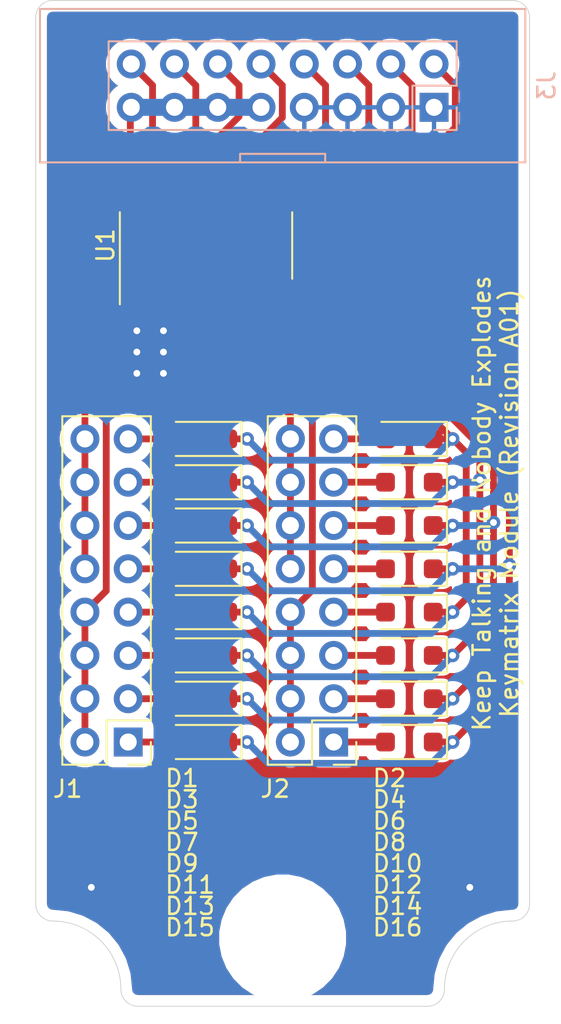
<source format=kicad_pcb>
(kicad_pcb (version 20221018) (generator pcbnew)
  (layers (0 "F.Cu" signal) (31 "B.Cu" signal) (34 "B.Paste" user) (35 "F.Paste" user) (36 "B.SilkS" user "B.Silkscreen") (37 "F.SilkS" user "F.Silkscreen") (38 "B.Mask" user) (39 "F.Mask" user) (44 "Edge.Cuts" user))
  (net 0 "")
  (net 1 "+5V")
  (net 2 "GND")
  (net 3 "COL0")
  (net 4 "COL1")
  (net 5 "COL2")
  (net 6 "COL3")
  (net 7 "Net-(D1-Pad2)")
  (net 8 "Net-(D2-Pad2)")
  (net 9 "Net-(D3-Pad2)")
  (net 10 "Net-(D4-Pad2)")
  (net 11 "Net-(D5-Pad2)")
  (net 12 "Net-(D6-Pad2)")
  (net 13 "Net-(D7-Pad2)")
  (net 14 "Net-(D8-Pad2)")
  (net 15 "Net-(D9-Pad2)")
  (net 16 "Net-(D10-Pad2)")
  (net 17 "Net-(D11-Pad2)")
  (net 18 "Net-(D12-Pad2)")
  (net 19 "Net-(D13-Pad2)")
  (net 20 "Net-(D14-Pad2)")
  (net 21 "Net-(D15-Pad2)")
  (net 22 "Net-(D16-Pad2)")
  (net 23 "ROW0")
  (net 24 "ROW1")
  (net 25 "ROW2")
  (net 26 "ROW3")
  (footprint "MountingHole:MountingHole_3.2mm_M3" (layer "F.Cu") (at 34.5 75)
    (fp_text reference "REF**" hide)
    (fp_text value "MountingHole_3.2mm_M3")
    (pad "" np_thru_hole circle locked (at 0 0) (size 3.2 3.2) (drill 3.2) (layers "*.Cu" "*.Mask"))
  )
  (footprint "Connector_PinHeader_2.54mm:PinHeader_2x08_P2.54mm_Vertical" (layer "F.Cu") (at 25.43 63.5 180)
    (fp_text reference "J1" (at 3.555 -2.75) (layer "F.SilkS"))
    (fp_text value "Matrix1")
    (fp_line (start -1.33 -1.33) (end 0 -1.33) (stroke (width 0.12)) (layer "F.SilkS"))
    (fp_line (start -1.33 0) (end -1.33 -1.33) (stroke (width 0.12)) (layer "F.SilkS"))
    (fp_line (start -1.33 1.27) (end -1.33 19.11) (stroke (width 0.12)) (layer "F.SilkS"))
    (fp_line (start -1.33 1.27) (end 1.27 1.27) (stroke (width 0.12)) (layer "F.SilkS"))
    (fp_line (start -1.33 19.11) (end 3.87 19.11) (stroke (width 0.12)) (layer "F.SilkS"))
    (fp_line (start 1.27 -1.33) (end 3.87 -1.33) (stroke (width 0.12)) (layer "F.SilkS"))
    (fp_line (start 1.27 1.27) (end 1.27 -1.33) (stroke (width 0.12)) (layer "F.SilkS"))
    (fp_line (start 3.87 -1.33) (end 3.87 19.11) (stroke (width 0.12)) (layer "F.SilkS"))
    (pad "1" thru_hole rect (at 0 0 180) (size 1.7 1.7) (drill 1) (layers "*.Cu" "*.Mask") (net 21 "Net-(D15-Pad2)"))
    (pad "2" thru_hole oval (at 2.54 0 180) (size 1.7 1.7) (drill 1) (layers "*.Cu" "*.Mask") (net 4 "COL1"))
    (pad "3" thru_hole oval (at 0 2.54 180) (size 1.7 1.7) (drill 1) (layers "*.Cu" "*.Mask") (net 19 "Net-(D13-Pad2)"))
    (pad "4" thru_hole oval (at 2.54 2.54 180) (size 1.7 1.7) (drill 1) (layers "*.Cu" "*.Mask") (net 4 "COL1"))
    (pad "5" thru_hole oval (at 0 5.08 180) (size 1.7 1.7) (drill 1) (layers "*.Cu" "*.Mask") (net 17 "Net-(D11-Pad2)"))
    (pad "6" thru_hole oval (at 2.54 5.08 180) (size 1.7 1.7) (drill 1) (layers "*.Cu" "*.Mask") (net 4 "COL1"))
    (pad "7" thru_hole oval (at 0 7.62 180) (size 1.7 1.7) (drill 1) (layers "*.Cu" "*.Mask") (net 15 "Net-(D9-Pad2)"))
    (pad "8" thru_hole oval (at 2.54 7.62 180) (size 1.7 1.7) (drill 1) (layers "*.Cu" "*.Mask") (net 4 "COL1"))
    (pad "9" thru_hole oval (at 0 10.16 180) (size 1.7 1.7) (drill 1) (layers "*.Cu" "*.Mask") (net 13 "Net-(D7-Pad2)"))
    (pad "10" thru_hole oval (at 2.54 10.16 180) (size 1.7 1.7) (drill 1) (layers "*.Cu" "*.Mask") (net 3 "COL0"))
    (pad "11" thru_hole oval (at 0 12.7 180) (size 1.7 1.7) (drill 1) (layers "*.Cu" "*.Mask") (net 11 "Net-(D5-Pad2)"))
    (pad "12" thru_hole oval (at 2.54 12.7 180) (size 1.7 1.7) (drill 1) (layers "*.Cu" "*.Mask") (net 3 "COL0"))
    (pad "13" thru_hole oval (at 0 15.24 180) (size 1.7 1.7) (drill 1) (layers "*.Cu" "*.Mask") (net 9 "Net-(D3-Pad2)"))
    (pad "14" thru_hole oval (at 2.54 15.24 180) (size 1.7 1.7) (drill 1) (layers "*.Cu" "*.Mask") (net 3 "COL0"))
    (pad "15" thru_hole oval (at 0 17.78 180) (size 1.7 1.7) (drill 1) (layers "*.Cu" "*.Mask") (net 7 "Net-(D1-Pad2)"))
    (pad "16" thru_hole oval (at 2.54 17.78 180) (size 1.7 1.7) (drill 1) (layers "*.Cu" "*.Mask") (net 3 "COL0"))
  )
  (footprint "Package_SO:SOIC-16_3.9x9.9mm_P1.27mm" (layer "F.Cu") (at 30 34.375 90)
    (fp_text reference "U1" (at 0 -5.9 270) (layer "F.SilkS"))
    (fp_text value "SP720ABTG")
    (fp_line (start 0 -5.06) (end -3.45 -5.06) (stroke (width 0.12)) (layer "F.SilkS"))
    (fp_line (start 0 -5.06) (end 1.95 -5.06) (stroke (width 0.12)) (layer "F.SilkS"))
    (fp_line (start 0 5.06) (end -1.95 5.06) (stroke (width 0.12)) (layer "F.SilkS"))
    (fp_line (start 0 5.06) (end 1.95 5.06) (stroke (width 0.12)) (layer "F.SilkS"))
    (pad "1" smd roundrect (at -2.475 -4.445 90) (size 1.95 0.6) (layers "F.Cu" "F.Paste" "F.Mask") (net 2 "GND"))
    (pad "2" smd roundrect (at -2.475 -3.175 90) (size 1.95 0.6) (layers "F.Cu" "F.Paste" "F.Mask") (net 2 "GND"))
    (pad "3" smd roundrect (at -2.475 -1.905 90) (size 1.95 0.6) (layers "F.Cu" "F.Paste" "F.Mask") (net 2 "GND"))
    (pad "4" smd roundrect (at -2.475 -0.635 90) (size 1.95 0.6) (layers "F.Cu" "F.Paste" "F.Mask") (net 23 "ROW0"))
    (pad "5" smd roundrect (at -2.475 0.635 90) (size 1.95 0.6) (layers "F.Cu" "F.Paste" "F.Mask") (net 24 "ROW1"))
    (pad "6" smd roundrect (at -2.475 1.905 90) (size 1.95 0.6) (layers "F.Cu" "F.Paste" "F.Mask") (net 25 "ROW2"))
    (pad "7" smd roundrect (at -2.475 3.175 90) (size 1.95 0.6) (layers "F.Cu" "F.Paste" "F.Mask") (net 26 "ROW3"))
    (pad "8" smd roundrect (at -2.475 4.445 90) (size 1.95 0.6) (layers "F.Cu" "F.Paste" "F.Mask") (net 2 "GND"))
    (pad "9" smd roundrect (at 2.475 4.445 90) (size 1.95 0.6) (layers "F.Cu" "F.Paste" "F.Mask") (net 2 "GND"))
    (pad "10" smd roundrect (at 2.475 3.175 90) (size 1.95 0.6) (layers "F.Cu" "F.Paste" "F.Mask") (net 2 "GND"))
    (pad "11" smd roundrect (at 2.475 1.905 90) (size 1.95 0.6) (layers "F.Cu" "F.Paste" "F.Mask") (net 2 "GND"))
    (pad "12" smd roundrect (at 2.475 0.635 90) (size 1.95 0.6) (layers "F.Cu" "F.Paste" "F.Mask") (net 6 "COL3"))
    (pad "13" smd roundrect (at 2.475 -0.635 90) (size 1.95 0.6) (layers "F.Cu" "F.Paste" "F.Mask") (net 5 "COL2"))
    (pad "14" smd roundrect (at 2.475 -1.905 90) (size 1.95 0.6) (layers "F.Cu" "F.Paste" "F.Mask") (net 4 "COL1"))
    (pad "15" smd roundrect (at 2.475 -3.175 90) (size 1.95 0.6) (layers "F.Cu" "F.Paste" "F.Mask") (net 3 "COL0"))
    (pad "16" smd roundrect (at 2.475 -4.445 90) (size 1.95 0.6) (layers "F.Cu" "F.Paste" "F.Mask") (net 1 "+5V"))
  )
  (footprint "Diode_SMD:D_SOD-123F" (layer "F.Cu") (at 41.94 45.72 180)
    (fp_text reference "D2" (at 1.166191 -19.905) (layer "F.SilkS"))
    (fp_text value "1N4148")
    (fp_line (start -2.21 -1) (end -2.21 1) (stroke (width 0.12)) (layer "F.SilkS"))
    (fp_line (start -2.21 -1) (end 1.65 -1) (stroke (width 0.12)) (layer "F.SilkS"))
    (fp_line (start -2.21 1) (end 1.65 1) (stroke (width 0.12)) (layer "F.SilkS"))
    (pad "1" smd roundrect (at -1.4 0 180) (size 1.1 1.1) (layers "F.Cu" "F.Paste" "F.Mask") (roundrect_rratio 0.2272727273) (net 23 "ROW0"))
    (pad "2" smd roundrect (at 1.4 0 180) (size 1.1 1.1) (layers "F.Cu" "F.Paste" "F.Mask") (roundrect_rratio 0.2272727273) (net 8 "Net-(D2-Pad2)"))
  )
  (footprint "Diode_SMD:D_SOD-123F" (layer "F.Cu") (at 29.875 48.26 180)
    (fp_text reference "D3" (at 1.288691 -18.615) (layer "F.SilkS"))
    (fp_text value "1N4148")
    (fp_line (start -2.21 -1) (end -2.21 1) (stroke (width 0.12)) (layer "F.SilkS"))
    (fp_line (start -2.21 -1) (end 1.65 -1) (stroke (width 0.12)) (layer "F.SilkS"))
    (fp_line (start -2.21 1) (end 1.65 1) (stroke (width 0.12)) (layer "F.SilkS"))
    (pad "1" smd roundrect (at -1.4 0 180) (size 1.1 1.1) (layers "F.Cu" "F.Paste" "F.Mask") (roundrect_rratio 0.2272727273) (net 24 "ROW1"))
    (pad "2" smd roundrect (at 1.4 0 180) (size 1.1 1.1) (layers "F.Cu" "F.Paste" "F.Mask") (roundrect_rratio 0.2272727273) (net 9 "Net-(D3-Pad2)"))
  )
  (footprint "Diode_SMD:D_SOD-123F" (layer "F.Cu") (at 41.94 48.26 180)
    (fp_text reference "D4" (at 1.166191 -18.615) (layer "F.SilkS"))
    (fp_text value "1N4148")
    (fp_line (start -2.21 -1) (end -2.21 1) (stroke (width 0.12)) (layer "F.SilkS"))
    (fp_line (start -2.21 -1) (end 1.65 -1) (stroke (width 0.12)) (layer "F.SilkS"))
    (fp_line (start -2.21 1) (end 1.65 1) (stroke (width 0.12)) (layer "F.SilkS"))
    (pad "1" smd roundrect (at -1.4 0 180) (size 1.1 1.1) (layers "F.Cu" "F.Paste" "F.Mask") (roundrect_rratio 0.2272727273) (net 24 "ROW1"))
    (pad "2" smd roundrect (at 1.4 0 180) (size 1.1 1.1) (layers "F.Cu" "F.Paste" "F.Mask") (roundrect_rratio 0.2272727273) (net 10 "Net-(D4-Pad2)"))
  )
  (footprint "Diode_SMD:D_SOD-123F" (layer "F.Cu") (at 29.875 50.8 180)
    (fp_text reference "D5" (at 1.288691 -17.325) (layer "F.SilkS"))
    (fp_text value "1N4148")
    (fp_line (start -2.21 -1) (end -2.21 1) (stroke (width 0.12)) (layer "F.SilkS"))
    (fp_line (start -2.21 -1) (end 1.65 -1) (stroke (width 0.12)) (layer "F.SilkS"))
    (fp_line (start -2.21 1) (end 1.65 1) (stroke (width 0.12)) (layer "F.SilkS"))
    (pad "1" smd roundrect (at -1.4 0 180) (size 1.1 1.1) (layers "F.Cu" "F.Paste" "F.Mask") (roundrect_rratio 0.2272727273) (net 25 "ROW2"))
    (pad "2" smd roundrect (at 1.4 0 180) (size 1.1 1.1) (layers "F.Cu" "F.Paste" "F.Mask") (roundrect_rratio 0.2272727273) (net 11 "Net-(D5-Pad2)"))
  )
  (footprint "Diode_SMD:D_SOD-123F" (layer "F.Cu") (at 41.94 50.8 180)
    (fp_text reference "D6" (at 1.166191 -17.325) (layer "F.SilkS"))
    (fp_text value "1N4148")
    (fp_line (start -2.21 -1) (end -2.21 1) (stroke (width 0.12)) (layer "F.SilkS"))
    (fp_line (start -2.21 -1) (end 1.65 -1) (stroke (width 0.12)) (layer "F.SilkS"))
    (fp_line (start -2.21 1) (end 1.65 1) (stroke (width 0.12)) (layer "F.SilkS"))
    (pad "1" smd roundrect (at -1.4 0 180) (size 1.1 1.1) (layers "F.Cu" "F.Paste" "F.Mask") (roundrect_rratio 0.2272727273) (net 25 "ROW2"))
    (pad "2" smd roundrect (at 1.4 0 180) (size 1.1 1.1) (layers "F.Cu" "F.Paste" "F.Mask") (roundrect_rratio 0.2272727273) (net 12 "Net-(D6-Pad2)"))
  )
  (footprint "Diode_SMD:D_SOD-123F" (layer "F.Cu") (at 29.875 53.34 180)
    (fp_text reference "D7" (at 1.288691 -16.035) (layer "F.SilkS"))
    (fp_text value "1N4148")
    (fp_line (start -2.21 -1) (end -2.21 1) (stroke (width 0.12)) (layer "F.SilkS"))
    (fp_line (start -2.21 -1) (end 1.65 -1) (stroke (width 0.12)) (layer "F.SilkS"))
    (fp_line (start -2.21 1) (end 1.65 1) (stroke (width 0.12)) (layer "F.SilkS"))
    (pad "1" smd roundrect (at -1.4 0 180) (size 1.1 1.1) (layers "F.Cu" "F.Paste" "F.Mask") (roundrect_rratio 0.2272727273) (net 26 "ROW3"))
    (pad "2" smd roundrect (at 1.4 0 180) (size 1.1 1.1) (layers "F.Cu" "F.Paste" "F.Mask") (roundrect_rratio 0.2272727273) (net 13 "Net-(D7-Pad2)"))
  )
  (footprint "Diode_SMD:D_SOD-123F" (layer "F.Cu") (at 29.875 55.88 180)
    (fp_text reference "D9" (at 1.288691 -14.745) (layer "F.SilkS"))
    (fp_text value "1N4148")
    (fp_line (start -2.21 -1) (end -2.21 1) (stroke (width 0.12)) (layer "F.SilkS"))
    (fp_line (start -2.21 -1) (end 1.65 -1) (stroke (width 0.12)) (layer "F.SilkS"))
    (fp_line (start -2.21 1) (end 1.65 1) (stroke (width 0.12)) (layer "F.SilkS"))
    (pad "1" smd roundrect (at -1.4 0 180) (size 1.1 1.1) (layers "F.Cu" "F.Paste" "F.Mask") (roundrect_rratio 0.2272727273) (net 23 "ROW0"))
    (pad "2" smd roundrect (at 1.4 0 180) (size 1.1 1.1) (layers "F.Cu" "F.Paste" "F.Mask") (roundrect_rratio 0.2272727273) (net 15 "Net-(D9-Pad2)"))
  )
  (footprint "Diode_SMD:D_SOD-123F" (layer "F.Cu") (at 41.94 55.88 180)
    (fp_text reference "D10" (at 0.69 -14.745) (layer "F.SilkS"))
    (fp_text value "1N4148")
    (fp_line (start -2.21 -1) (end -2.21 1) (stroke (width 0.12)) (layer "F.SilkS"))
    (fp_line (start -2.21 -1) (end 1.65 -1) (stroke (width 0.12)) (layer "F.SilkS"))
    (fp_line (start -2.21 1) (end 1.65 1) (stroke (width 0.12)) (layer "F.SilkS"))
    (pad "1" smd roundrect (at -1.4 0 180) (size 1.1 1.1) (layers "F.Cu" "F.Paste" "F.Mask") (roundrect_rratio 0.2272727273) (net 23 "ROW0"))
    (pad "2" smd roundrect (at 1.4 0 180) (size 1.1 1.1) (layers "F.Cu" "F.Paste" "F.Mask") (roundrect_rratio 0.2272727273) (net 16 "Net-(D10-Pad2)"))
  )
  (footprint "Diode_SMD:D_SOD-123F" (layer "F.Cu") (at 29.875 58.42 180)
    (fp_text reference "D11" (at 0.8125 -13.455) (layer "F.SilkS"))
    (fp_text value "1N4148")
    (fp_line (start -2.21 -1) (end -2.21 1) (stroke (width 0.12)) (layer "F.SilkS"))
    (fp_line (start -2.21 -1) (end 1.65 -1) (stroke (width 0.12)) (layer "F.SilkS"))
    (fp_line (start -2.21 1) (end 1.65 1) (stroke (width 0.12)) (layer "F.SilkS"))
    (pad "1" smd roundrect (at -1.4 0 180) (size 1.1 1.1) (layers "F.Cu" "F.Paste" "F.Mask") (roundrect_rratio 0.2272727273) (net 24 "ROW1"))
    (pad "2" smd roundrect (at 1.4 0 180) (size 1.1 1.1) (layers "F.Cu" "F.Paste" "F.Mask") (roundrect_rratio 0.2272727273) (net 17 "Net-(D11-Pad2)"))
  )
  (footprint "Diode_SMD:D_SOD-123F" (layer "F.Cu") (at 41.94 58.42 180)
    (fp_text reference "D12" (at 0.69 -13.455) (layer "F.SilkS"))
    (fp_text value "1N4148")
    (fp_line (start -2.21 -1) (end -2.21 1) (stroke (width 0.12)) (layer "F.SilkS"))
    (fp_line (start -2.21 -1) (end 1.65 -1) (stroke (width 0.12)) (layer "F.SilkS"))
    (fp_line (start -2.21 1) (end 1.65 1) (stroke (width 0.12)) (layer "F.SilkS"))
    (pad "1" smd roundrect (at -1.4 0 180) (size 1.1 1.1) (layers "F.Cu" "F.Paste" "F.Mask") (roundrect_rratio 0.2272727273) (net 24 "ROW1"))
    (pad "2" smd roundrect (at 1.4 0 180) (size 1.1 1.1) (layers "F.Cu" "F.Paste" "F.Mask") (roundrect_rratio 0.2272727273) (net 18 "Net-(D12-Pad2)"))
  )
  (footprint "Diode_SMD:D_SOD-123F" (layer "F.Cu") (at 29.875 60.96 180)
    (fp_text reference "D13" (at 0.8125 -12.165) (layer "F.SilkS"))
    (fp_text value "1N4148")
    (fp_line (start -2.21 -1) (end -2.21 1) (stroke (width 0.12)) (layer "F.SilkS"))
    (fp_line (start -2.21 -1) (end 1.65 -1) (stroke (width 0.12)) (layer "F.SilkS"))
    (fp_line (start -2.21 1) (end 1.65 1) (stroke (width 0.12)) (layer "F.SilkS"))
    (pad "1" smd roundrect (at -1.4 0 180) (size 1.1 1.1) (layers "F.Cu" "F.Paste" "F.Mask") (roundrect_rratio 0.2272727273) (net 25 "ROW2"))
    (pad "2" smd roundrect (at 1.4 0 180) (size 1.1 1.1) (layers "F.Cu" "F.Paste" "F.Mask") (roundrect_rratio 0.2272727273) (net 19 "Net-(D13-Pad2)"))
  )
  (footprint "Diode_SMD:D_SOD-123F" (layer "F.Cu") (at 29.875 63.5 180)
    (fp_text reference "D15" (at 0.8125 -10.875) (layer "F.SilkS"))
    (fp_text value "1N4148")
    (fp_line (start -2.21 -1) (end -2.21 1) (stroke (width 0.12)) (layer "F.SilkS"))
    (fp_line (start -2.21 -1) (end 1.65 -1) (stroke (width 0.12)) (layer "F.SilkS"))
    (fp_line (start -2.21 1) (end 1.65 1) (stroke (width 0.12)) (layer "F.SilkS"))
    (pad "1" smd roundrect (at -1.4 0 180) (size 1.1 1.1) (layers "F.Cu" "F.Paste" "F.Mask") (roundrect_rratio 0.2272727273) (net 26 "ROW3"))
    (pad "2" smd roundrect (at 1.4 0 180) (size 1.1 1.1) (layers "F.Cu" "F.Paste" "F.Mask") (roundrect_rratio 0.2272727273) (net 21 "Net-(D15-Pad2)"))
  )
  (footprint "Diode_SMD:D_SOD-123F" (layer "F.Cu") (at 41.94 63.5 180)
    (fp_text reference "D16" (at 0.69 -10.875) (layer "F.SilkS"))
    (fp_text value "1N4148")
    (fp_line (start -2.21 -1) (end -2.21 1) (stroke (width 0.12)) (layer "F.SilkS"))
    (fp_line (start -2.21 -1) (end 1.65 -1) (stroke (width 0.12)) (layer "F.SilkS"))
    (fp_line (start -2.21 1) (end 1.65 1) (stroke (width 0.12)) (layer "F.SilkS"))
    (pad "1" smd roundrect (at -1.4 0 180) (size 1.1 1.1) (layers "F.Cu" "F.Paste" "F.Mask") (roundrect_rratio 0.2272727273) (net 26 "ROW3"))
    (pad "2" smd roundrect (at 1.4 0 180) (size 1.1 1.1) (layers "F.Cu" "F.Paste" "F.Mask") (roundrect_rratio 0.2272727273) (net 22 "Net-(D16-Pad2)"))
  )
  (footprint "Diode_SMD:D_SOD-123F" (layer "F.Cu") (at 29.875 45.72 180)
    (fp_text reference "D1" (at 1.288691 -19.905) (layer "F.SilkS"))
    (fp_text value "1N4148")
    (fp_line (start -2.21 -1) (end -2.21 1) (stroke (width 0.12)) (layer "F.SilkS"))
    (fp_line (start -2.21 -1) (end 1.65 -1) (stroke (width 0.12)) (layer "F.SilkS"))
    (fp_line (start -2.21 1) (end 1.65 1) (stroke (width 0.12)) (layer "F.SilkS"))
    (pad "1" smd roundrect (at -1.4 0 180) (size 1.1 1.1) (layers "F.Cu" "F.Paste" "F.Mask") (roundrect_rratio 0.2272727273) (net 23 "ROW0"))
    (pad "2" smd roundrect (at 1.4 0 180) (size 1.1 1.1) (layers "F.Cu" "F.Paste" "F.Mask") (roundrect_rratio 0.2272727273) (net 7 "Net-(D1-Pad2)"))
  )
  (footprint "Diode_SMD:D_SOD-123F" (layer "F.Cu") (at 41.94 53.34 180)
    (fp_text reference "D8" (at 1.166191 -16.035) (layer "F.SilkS"))
    (fp_text value "1N4148")
    (fp_line (start -2.21 -1) (end -2.21 1) (stroke (width 0.12)) (layer "F.SilkS"))
    (fp_line (start -2.21 -1) (end 1.65 -1) (stroke (width 0.12)) (layer "F.SilkS"))
    (fp_line (start -2.21 1) (end 1.65 1) (stroke (width 0.12)) (layer "F.SilkS"))
    (pad "1" smd roundrect (at -1.4 0 180) (size 1.1 1.1) (layers "F.Cu" "F.Paste" "F.Mask") (roundrect_rratio 0.2272727273) (net 26 "ROW3"))
    (pad "2" smd roundrect (at 1.4 0 180) (size 1.1 1.1) (layers "F.Cu" "F.Paste" "F.Mask") (roundrect_rratio 0.2272727273) (net 14 "Net-(D8-Pad2)"))
  )
  (footprint "Diode_SMD:D_SOD-123F" (layer "F.Cu") (at 41.94 60.96 180)
    (fp_text reference "D14" (at 0.69 -12.165) (layer "F.SilkS"))
    (fp_text value "1N4148")
    (fp_line (start -2.21 -1) (end -2.21 1) (stroke (width 0.12)) (layer "F.SilkS"))
    (fp_line (start -2.21 -1) (end 1.65 -1) (stroke (width 0.12)) (layer "F.SilkS"))
    (fp_line (start -2.21 1) (end 1.65 1) (stroke (width 0.12)) (layer "F.SilkS"))
    (pad "1" smd roundrect (at -1.4 0 180) (size 1.1 1.1) (layers "F.Cu" "F.Paste" "F.Mask") (roundrect_rratio 0.2272727273) (net 25 "ROW2"))
    (pad "2" smd roundrect (at 1.4 0 180) (size 1.1 1.1) (layers "F.Cu" "F.Paste" "F.Mask") (roundrect_rratio 0.2272727273) (net 20 "Net-(D14-Pad2)"))
  )
  (footprint "Connector_PinHeader_2.54mm:PinHeader_2x08_P2.54mm_Vertical" (layer "F.Cu") (at 37.495 63.5 180)
    (fp_text reference "J2" (at 3.4325 -2.75) (layer "F.SilkS"))
    (fp_text value "Matrix2")
    (fp_line (start -1.33 -1.33) (end 0 -1.33) (stroke (width 0.12)) (layer "F.SilkS"))
    (fp_line (start -1.33 0) (end -1.33 -1.33) (stroke (width 0.12)) (layer "F.SilkS"))
    (fp_line (start -1.33 1.27) (end -1.33 19.11) (stroke (width 0.12)) (layer "F.SilkS"))
    (fp_line (start -1.33 1.27) (end 1.27 1.27) (stroke (width 0.12)) (layer "F.SilkS"))
    (fp_line (start -1.33 19.11) (end 3.87 19.11) (stroke (width 0.12)) (layer "F.SilkS"))
    (fp_line (start 1.27 -1.33) (end 3.87 -1.33) (stroke (width 0.12)) (layer "F.SilkS"))
    (fp_line (start 1.27 1.27) (end 1.27 -1.33) (stroke (width 0.12)) (layer "F.SilkS"))
    (fp_line (start 3.87 -1.33) (end 3.87 19.11) (stroke (width 0.12)) (layer "F.SilkS"))
    (pad "1" thru_hole rect (at 0 0 180) (size 1.7 1.7) (drill 1) (layers "*.Cu" "*.Mask") (net 22 "Net-(D16-Pad2)"))
    (pad "2" thru_hole oval (at 2.54 0 180) (size 1.7 1.7) (drill 1) (layers "*.Cu" "*.Mask") (net 6 "COL3"))
    (pad "3" thru_hole oval (at 0 2.54 180) (size 1.7 1.7) (drill 1) (layers "*.Cu" "*.Mask") (net 20 "Net-(D14-Pad2)"))
    (pad "4" thru_hole oval (at 2.54 2.54 180) (size 1.7 1.7) (drill 1) (layers "*.Cu" "*.Mask") (net 6 "COL3"))
    (pad "5" thru_hole oval (at 0 5.08 180) (size 1.7 1.7) (drill 1) (layers "*.Cu" "*.Mask") (net 18 "Net-(D12-Pad2)"))
    (pad "6" thru_hole oval (at 2.54 5.08 180) (size 1.7 1.7) (drill 1) (layers "*.Cu" "*.Mask") (net 6 "COL3"))
    (pad "7" thru_hole oval (at 0 7.62 180) (size 1.7 1.7) (drill 1) (layers "*.Cu" "*.Mask") (net 16 "Net-(D10-Pad2)"))
    (pad "8" thru_hole oval (at 2.54 7.62 180) (size 1.7 1.7) (drill 1) (layers "*.Cu" "*.Mask") (net 6 "COL3"))
    (pad "9" thru_hole oval (at 0 10.16 180) (size 1.7 1.7) (drill 1) (layers "*.Cu" "*.Mask") (net 14 "Net-(D8-Pad2)"))
    (pad "10" thru_hole oval (at 2.54 10.16 180) (size 1.7 1.7) (drill 1) (layers "*.Cu" "*.Mask") (net 5 "COL2"))
    (pad "11" thru_hole oval (at 0 12.7 180) (size 1.7 1.7) (drill 1) (layers "*.Cu" "*.Mask") (net 12 "Net-(D6-Pad2)"))
    (pad "12" thru_hole oval (at 2.54 12.7 180) (size 1.7 1.7) (drill 1) (layers "*.Cu" "*.Mask") (net 5 "COL2"))
    (pad "13" thru_hole oval (at 0 15.24 180) (size 1.7 1.7) (drill 1) (layers "*.Cu" "*.Mask") (net 10 "Net-(D4-Pad2)"))
    (pad "14" thru_hole oval (at 2.54 15.24 180) (size 1.7 1.7) (drill 1) (layers "*.Cu" "*.Mask") (net 5 "COL2"))
    (pad "15" thru_hole oval (at 0 17.78 180) (size 1.7 1.7) (drill 1) (layers "*.Cu" "*.Mask") (net 8 "Net-(D2-Pad2)"))
    (pad "16" thru_hole oval (at 2.54 17.78 180) (size 1.7 1.7) (drill 1) (layers "*.Cu" "*.Mask") (net 5 "COL2"))
  )
  (footprint "KTANE:PinHeader_2x08_P2.54mm_Vertical-Centered" (layer "B.Cu") (at 34.5 25 90)
    (fp_text reference "J3" (at 0 15.5 270) (layer "B.SilkS") (effects (justify mirror)))
    (fp_text value "In")
    (fp_line (start -4.5 -14.25) (end -4.5 0) (stroke (width 0.12)) (layer "B.SilkS"))
    (fp_line (start -4.5 0) (end -4.5 14.25) (stroke (width 0.12)) (layer "B.SilkS"))
    (fp_line (start -4.5 2.5) (end -4 2.5) (stroke (width 0.12)) (layer "B.SilkS"))
    (fp_line (start -4.5 14.25) (end 4.5 14.25) (stroke (width 0.12)) (layer "B.SilkS"))
    (fp_line (start -4 -2.5) (end -4.5 -2.5) (stroke (width 0.12)) (layer "B.SilkS"))
    (fp_line (start -4 2.5) (end -4 -2.5) (stroke (width 0.12)) (layer "B.SilkS"))
    (fp_line (start -2.6 -10.22) (end 2.6 -10.22) (stroke (width 0.12)) (layer "B.SilkS"))
    (fp_line (start -2.6 7.62) (end -2.6 -10.22) (stroke (width 0.12)) (layer "B.SilkS"))
    (fp_line (start -2.6 7.62) (end 0 7.62) (stroke (width 0.12)) (layer "B.SilkS"))
    (fp_line (start -2.6 8.89) (end -2.6 10.22) (stroke (width 0.12)) (layer "B.SilkS"))
    (fp_line (start -2.6 10.22) (end -1.27 10.22) (stroke (width 0.12)) (layer "B.SilkS"))
    (fp_line (start 0 7.62) (end 0 10.22) (stroke (width 0.12)) (layer "B.SilkS"))
    (fp_line (start 0 10.22) (end 2.6 10.22) (stroke (width 0.12)) (layer "B.SilkS"))
    (fp_line (start 2.6 10.22) (end 2.6 -10.22) (stroke (width 0.12)) (layer "B.SilkS"))
    (fp_line (start 4.5 -14.25) (end -4.5 -14.25) (stroke (width 0.12)) (layer "B.SilkS"))
    (fp_line (start 4.5 14.25) (end 4.5 -14.25) (stroke (width 0.12)) (layer "B.SilkS"))
    (pad "1" thru_hole rect (at -1.27 8.89 90) (size 1.7 1.7) (drill 1) (layers "*.Cu" "*.Mask") (net 2 "GND"))
    (pad "2" thru_hole oval (at 1.27 8.89 90) (size 1.7 1.7) (drill 1) (layers "*.Cu" "*.Mask") (net 26 "ROW3"))
    (pad "3" thru_hole oval (at -1.27 6.35 90) (size 1.7 1.7) (drill 1) (layers "*.Cu" "*.Mask") (net 2 "GND"))
    (pad "4" thru_hole oval (at 1.27 6.35 90) (size 1.7 1.7) (drill 1) (layers "*.Cu" "*.Mask") (net 25 "ROW2"))
    (pad "5" thru_hole oval (at -1.27 3.81 90) (size 1.7 1.7) (drill 1) (layers "*.Cu" "*.Mask") (net 2 "GND"))
    (pad "6" thru_hole oval (at 1.27 3.81 90) (size 1.7 1.7) (drill 1) (layers "*.Cu" "*.Mask") (net 24 "ROW1"))
    (pad "7" thru_hole oval (at -1.27 1.27 90) (size 1.7 1.7) (drill 1) (layers "*.Cu" "*.Mask") (net 2 "GND"))
    (pad "8" thru_hole oval (at 1.27 1.27 90) (size 1.7 1.7) (drill 1) (layers "*.Cu" "*.Mask") (net 23 "ROW0"))
    (pad "9" thru_hole oval (at -1.27 -1.27 90) (size 1.7 1.7) (drill 1) (layers "*.Cu" "*.Mask") (net 1 "+5V"))
    (pad "10" thru_hole oval (at 1.27 -1.27 90) (size 1.7 1.7) (drill 1) (layers "*.Cu" "*.Mask") (net 6 "COL3"))
    (pad "11" thru_hole oval (at -1.27 -3.81 90) (size 1.7 1.7) (drill 1) (layers "*.Cu" "*.Mask") (net 1 "+5V"))
    (pad "12" thru_hole oval (at 1.27 -3.81 90) (size 1.7 1.7) (drill 1) (layers "*.Cu" "*.Mask") (net 5 "COL2"))
    (pad "13" thru_hole oval (at -1.27 -6.35 90) (size 1.7 1.7) (drill 1) (layers "*.Cu" "*.Mask") (net 1 "+5V"))
    (pad "14" thru_hole oval (at 1.27 -6.35 90) (size 1.7 1.7) (drill 1) (layers "*.Cu" "*.Mask") (net 4 "COL1"))
    (pad "15" thru_hole oval (at -1.27 -8.89 90) (size 1.7 1.7) (drill 1) (layers "*.Cu" "*.Mask") (net 1 "+5V"))
    (pad "16" thru_hole oval (at 1.27 -8.89 90) (size 1.7 1.7) (drill 1) (layers "*.Cu" "*.Mask") (net 3 "COL0"))
  )
  (gr_line (start 21 20) (end 48 20) (stroke (width 0.05)) (layer "Edge.Cuts"))
  (gr_line (start 49 21) (end 49 73) (stroke (width 0.05)) (layer "Edge.Cuts"))
  (gr_line (start 43 79) (end 26 79) (stroke (width 0.05)) (layer "Edge.Cuts"))
  (gr_line (start 20 73) (end 20 21) (stroke (width 0.05)) (layer "Edge.Cuts"))
  (gr_arc (start 20 21) (mid 20.292893 20.292893) (end 21 20) (stroke (width 0.05)) (layer "Edge.Cuts"))
  (gr_arc (start 48 20) (mid 48.707107 20.292893) (end 49 21) (stroke (width 0.05)) (layer "Edge.Cuts"))
  (gr_arc (start 21 74) (mid 20.292893 73.707107) (end 20 73) (stroke (width 0.05)) (layer "Edge.Cuts"))
  (gr_arc (start 44 78) (mid 43.707107 78.707107) (end 43 79) (stroke (width 0.05)) (layer "Edge.Cuts"))
  (gr_arc (start 21 74) (mid 23.828427 75.171573) (end 25 78) (stroke (width 0.05)) (layer "Edge.Cuts"))
  (gr_arc (start 49 73) (mid 48.707107 73.707107) (end 48 74) (stroke (width 0.05)) (layer "Edge.Cuts"))
  (gr_arc (start 26 79) (mid 25.292893 78.707107) (end 25 78) (stroke (width 0.05)) (layer "Edge.Cuts"))
  (gr_arc (start 44 78) (mid 45.171573 75.171573) (end 48 74) (stroke (width 0.05)) (layer "Edge.Cuts"))
  (gr_text "Keep Talking and Nobody Explodes\nKeymatrix Module (Revision A01)" (at 47 49.5 90) (layer "F.SilkS") (effects (font (size 1 1))))
  (segment (start 25.555 31.9) (end 25.555 26.325) (width 0.4) (layer "F.Cu") (net 1))
  (segment (start 25.555 26.325) (end 25.61 26.27) (width 0.4) (layer "F.Cu") (net 1))
  (segment (start 30.69 26.27) (end 28.15 26.27) (width 1) (layer "B.Cu") (net 1))
  (segment (start 33.23 26.27) (end 30.69 26.27) (width 1) (layer "B.Cu") (net 1))
  (segment (start 28.15 26.27) (end 25.61 26.27) (width 1) (layer "B.Cu") (net 1))
  (via (at 23.265 72.025) (size 0.8) (drill 0.4) (layers "F.Cu" "B.Cu") (net 2))
  (via (at 45.49 72.025) (size 0.8) (drill 0.4) (layers "F.Cu" "B.Cu") (net 2))
  (via (at 27.5 39.375) (size 0.8) (drill 0.4) (layers "F.Cu" "B.Cu") (net 2))
  (via (at 27.5 40.625) (size 0.8) (drill 0.4) (layers "F.Cu" "B.Cu") (net 2))
  (via (at 27.5 41.875) (size 0.8) (drill 0.4) (layers "F.Cu" "B.Cu") (net 2))
  (via (at 25.9375 39.375) (size 0.8) (drill 0.4) (layers "F.Cu" "B.Cu") (net 2))
  (via (at 25.9375 40.625) (size 0.8) (drill 0.4) (layers "F.Cu" "B.Cu") (net 2))
  (via (at 25.9375 41.875) (size 0.8) (drill 0.4) (layers "F.Cu" "B.Cu") (net 2))
  (segment (start 22.89 53.34) (end 22.89 50.8) (width 0.4) (layer "F.Cu") (net 3))
  (segment (start 26.860001 24.980001) (end 26.860001 31.864999) (width 0.4) (layer "F.Cu") (net 3))
  (segment (start 22.89 48.26) (end 22.89 45.72) (width 0.4) (layer "F.Cu") (net 3))
  (segment (start 22.89 50.8) (end 22.89 48.26) (width 0.4) (layer "F.Cu") (net 3))
  (segment (start 25.61 23.73) (end 26.860001 24.980001) (width 0.4) (layer "F.Cu") (net 3))
  (segment (start 26.825 32.8625) (end 26.825 31.9) (width 0.4) (layer "F.Cu") (net 3))
  (segment (start 23.4375 33.4375) (end 26.25 33.4375) (width 0.4) (layer "F.Cu") (net 3))
  (segment (start 22.89 33.985) (end 23.4375 33.4375) (width 0.4) (layer "F.Cu") (net 3))
  (segment (start 22.89 45.72) (end 22.89 33.985) (width 0.4) (layer "F.Cu") (net 3))
  (segment (start 26.860001 31.864999) (end 26.825 31.9) (width 0.4) (layer "F.Cu") (net 3))
  (segment (start 26.25 33.4375) (end 26.825 32.8625) (width 0.4) (layer "F.Cu") (net 3))
  (segment (start 24.140001 44.609999) (end 24.140001 54.629999) (width 0.4) (layer "F.Cu") (net 4))
  (segment (start 29.400001 27.474999) (end 29.400001 24.980001) (width 0.4) (layer "F.Cu") (net 4))
  (segment (start 22.89 58.42) (end 22.89 55.88) (width 0.4) (layer "F.Cu") (net 4))
  (segment (start 28.095 28.78) (end 29.400001 27.474999) (width 0.4) (layer "F.Cu") (net 4))
  (segment (start 26.875 34.0625) (end 24.0625 34.0625) (width 0.4) (layer "F.Cu") (net 4))
  (segment (start 22.89 63.5) (end 22.89 60.96) (width 0.4) (layer "F.Cu") (net 4))
  (segment (start 28.095 32.8425) (end 26.875 34.0625) (width 0.4) (layer "F.Cu") (net 4))
  (segment (start 24.140001 54.629999) (end 22.89 55.88) (width 0.4) (layer "F.Cu") (net 4))
  (segment (start 23.49001 43.960008) (end 24.140001 44.609999) (width 0.4) (layer "F.Cu") (net 4))
  (segment (start 22.89 60.96) (end 22.89 58.42) (width 0.4) (layer "F.Cu") (net 4))
  (segment (start 24.0625 34.0625) (end 23.49001 34.63499) (width 0.4) (layer "F.Cu") (net 4))
  (segment (start 28.095 31.9) (end 28.095 32.8425) (width 0.4) (layer "F.Cu") (net 4))
  (segment (start 28.095 31.9) (end 28.095 28.78) (width 0.4) (layer "F.Cu") (net 4))
  (segment (start 23.49001 34.63499) (end 23.49001 43.960008) (width 0.4) (layer "F.Cu") (net 4))
  (segment (start 29.400001 24.980001) (end 28.15 23.73) (width 0.4) (layer "F.Cu") (net 4))
  (segment (start 34.375 43.75) (end 24.375 43.75) (width 0.4) (layer "F.Cu") (net 5))
  (segment (start 24.09002 34.97248) (end 24.375 34.6875) (width 0.4) (layer "F.Cu") (net 5))
  (segment (start 31.940001 26.809999) (end 29.365 29.385) (width 0.4) (layer "F.Cu") (net 5))
  (segment (start 34.955 53.34) (end 34.955 50.8) (width 0.4) (layer "F.Cu") (net 5))
  (segment (start 29.365 32.875) (end 29.365 31.9) (width 0.4) (layer "F.Cu") (net 5))
  (segment (start 34.955 45.72) (end 34.955 44.33) (width 0.4) (layer "F.Cu") (net 5))
  (segment (start 34.955 50.8) (end 34.955 48.26) (width 0.4) (layer "F.Cu") (net 5))
  (segment (start 31.940001 24.980001) (end 31.940001 26.809999) (width 0.4) (layer "F.Cu") (net 5))
  (segment (start 34.955 48.26) (end 34.955 45.72) (width 0.4) (layer "F.Cu") (net 5))
  (segment (start 34.955 44.33) (end 34.375 43.75) (width 0.4) (layer "F.Cu") (net 5))
  (segment (start 27.5525 34.6875) (end 29.365 32.875) (width 0.4) (layer "F.Cu") (net 5))
  (segment (start 30.69 23.73) (end 31.940001 24.980001) (width 0.4) (layer "F.Cu") (net 5))
  (segment (start 24.09002 43.46502) (end 24.09002 34.97248) (width 0.4) (layer "F.Cu") (net 5))
  (segment (start 29.365 29.385) (end 29.365 31.9) (width 0.4) (layer "F.Cu") (net 5))
  (segment (start 24.375 34.6875) (end 27.5525 34.6875) (width 0.4) (layer "F.Cu") (net 5))
  (segment (start 24.375 43.75) (end 24.09002 43.46502) (width 0.4) (layer "F.Cu") (net 5))
  (segment (start 24.69003 42.81503) (end 24.69003 35.62247) (width 0.4) (layer "F.Cu") (net 6))
  (segment (start 34.955 60.96) (end 34.955 58.42) (width 0.4) (layer "F.Cu") (net 6))
  (segment (start 34.955 55.88) (end 34.955 58.42) (width 0.4) (layer "F.Cu") (net 6))
  (segment (start 30.635 32.875) (end 30.635 31.9) (width 0.4) (layer "F.Cu") (net 6))
  (segment (start 30.725002 31.809998) (end 30.635 31.9) (width 0.4) (layer "F.Cu") (net 6))
  (segment (start 28.1975 35.3125) (end 30.635 32.875) (width 0.4) (layer "F.Cu") (net 6))
  (segment (start 34.480001 26.870001) (end 30.725002 30.625) (width 0.4) (layer "F.Cu") (net 6))
  (segment (start 34.480001 24.980001) (end 34.480001 26.870001) (width 0.4) (layer "F.Cu") (net 6))
  (segment (start 34.955 63.5) (end 34.955 60.96) (width 0.4) (layer "F.Cu") (net 6))
  (segment (start 34.955 55.88) (end 36.244999 54.590001) (width 0.4) (layer "F.Cu") (net 6))
  (segment (start 35.3125 43.125) (end 25 43.125) (width 0.4) (layer "F.Cu") (net 6))
  (segment (start 25 43.125) (end 24.69003 42.81503) (width 0.4) (layer "F.Cu") (net 6))
  (segment (start 24.69003 35.62247) (end 25 35.3125) (width 0.4) (layer "F.Cu") (net 6))
  (segment (start 36.244999 44.057499) (end 35.3125 43.125) (width 0.4) (layer "F.Cu") (net 6))
  (segment (start 36.244999 54.590001) (end 36.244999 44.057499) (width 0.4) (layer "F.Cu") (net 6))
  (segment (start 33.23 23.73) (end 34.480001 24.980001) (width 0.4) (layer "F.Cu") (net 6))
  (segment (start 30.725002 30.625) (end 30.725002 31.809998) (width 0.4) (layer "F.Cu") (net 6))
  (segment (start 25 35.3125) (end 28.1975 35.3125) (width 0.4) (layer "F.Cu") (net 6))
  (segment (start 25.43 45.72) (end 28.475 45.72) (width 0.4) (layer "F.Cu") (net 7))
  (segment (start 37.495 45.72) (end 40.54 45.72) (width 0.4) (layer "F.Cu") (net 8))
  (segment (start 25.43 48.26) (end 28.475 48.26) (width 0.4) (layer "F.Cu") (net 9))
  (segment (start 37.495 48.26) (end 40.54 48.26) (width 0.4) (layer "F.Cu") (net 10))
  (segment (start 28.475 50.8) (end 25.43 50.8) (width 0.4) (layer "F.Cu") (net 11))
  (segment (start 37.495 50.8) (end 40.54 50.8) (width 0.4) (layer "F.Cu") (net 12))
  (segment (start 25.43 53.34) (end 28.475 53.34) (width 0.4) (layer "F.Cu") (net 13))
  (segment (start 37.495 53.34) (end 40.54 53.34) (width 0.4) (layer "F.Cu") (net 14))
  (segment (start 28.475 55.88) (end 25.43 55.88) (width 0.4) (layer "F.Cu") (net 15))
  (segment (start 37.495 55.88) (end 40.54 55.88) (width 0.4) (layer "F.Cu") (net 16))
  (segment (start 25.43 58.42) (end 28.475 58.42) (width 0.4) (layer "F.Cu") (net 17))
  (segment (start 37.495 58.42) (end 40.54 58.42) (width 0.4) (layer "F.Cu") (net 18))
  (segment (start 28.475 60.96) (end 25.43 60.96) (width 0.4) (layer "F.Cu") (net 19))
  (segment (start 37.495 60.96) (end 40.54 60.96) (width 0.4) (layer "F.Cu") (net 20))
  (segment (start 25.43 63.5) (end 28.475 63.5) (width 0.4) (layer "F.Cu") (net 21))
  (segment (start 37.495 63.5) (end 40.54 63.5) (width 0.4) (layer "F.Cu") (net 22))
  (segment (start 35 33.4375) (end 37.020001 31.417499) (width 0.4) (layer "F.Cu") (net 23))
  (segment (start 29.365 36.85) (end 29.365 42.1775) (width 0.4) (layer "F.Cu") (net 23))
  (segment (start 29.365 35.3225) (end 31.25 33.4375) (width 0.4) (layer "F.Cu") (net 23))
  (segment (start 43.34 45.72) (end 44.48 45.72) (width 0.4) (layer "F.Cu") (net 23))
  (segment (start 43.34 55.88) (end 44.48 55.88) (width 0.4) (layer "F.Cu") (net 23))
  (segment (start 31.25 33.4375) (end 35 33.4375) (width 0.4) (layer "F.Cu") (net 23))
  (segment (start 29.365 36.85) (end 29.365 35.3225) (width 0.4) (layer "F.Cu") (net 23))
  (segment (start 44.48 45.72) (end 41.26 42.5) (width 0.4) (layer "F.Cu") (net 23))
  (segment (start 45.280001 46.520001) (end 44.48 45.72) (width 0.4) (layer "F.Cu") (net 23))
  (segment (start 44.48 55.88) (end 45.280001 55.079999) (width 0.4) (layer "F.Cu") (net 23))
  (segment (start 29.365 42.1775) (end 29.6875 42.5) (width 0.4) (layer "F.Cu") (net 23))
  (segment (start 37.020001 31.417499) (end 37.020001 24.980001) (width 0.4) (layer "F.Cu") (net 23))
  (segment (start 31.275 45.72) (end 32.415 45.72) (width 0.4) (layer "F.Cu") (net 23))
  (segment (start 34.375 42.5) (end 35.625 42.5) (width 0.4) (layer "F.Cu") (net 23))
  (segment (start 45.280001 55.079999) (end 45.280001 46.520001) (width 0.4) (layer "F.Cu") (net 23))
  (segment (start 31.275 55.88) (end 32.415 55.88) (width 0.4) (layer "F.Cu") (net 23))
  (segment (start 29.6875 42.5) (end 34.375 42.5) (width 0.4) (layer "F.Cu") (net 23))
  (segment (start 41.26 42.5) (end 34.375 42.5) (width 0.4) (layer "F.Cu") (net 23))
  (segment (start 37.020001 24.980001) (end 35.77 23.73) (width 0.4) (layer "F.Cu") (net 23))
  (via (at 32.415 45.72) (size 0.8) (drill 0.4) (layers "F.Cu" "B.Cu") (net 23))
  (via (at 32.415 55.88) (size 0.8) (drill 0.4) (layers "F.Cu" "B.Cu") (net 23))
  (via (at 44.48 45.72) (size 0.8) (drill 0.4) (layers "F.Cu" "B.Cu") (net 23))
  (via (at 44.48 55.88) (size 0.8) (drill 0.4) (layers "F.Cu" "B.Cu") (net 23))
  (segment (start 33.665001 46.970001) (end 43.229999 46.970001) (width 0.4) (layer "B.Cu") (net 23))
  (segment (start 32.415 45.72) (end 33.665001 46.970001) (width 0.4) (layer "B.Cu") (net 23))
  (segment (start 43.229999 46.970001) (end 44.48 45.72) (width 0.4) (layer "B.Cu") (net 23))
  (segment (start 43.229999 57.130001) (end 44.48 55.88) (width 0.4) (layer "B.Cu") (net 23))
  (segment (start 32.415 55.88) (end 33.665001 57.130001) (width 0.4) (layer "B.Cu") (net 23))
  (segment (start 33.665001 57.130001) (end 43.229999 57.130001) (width 0.4) (layer "B.Cu") (net 23))
  (segment (start 46.080001 48.125) (end 46.080001 46.135999) (width 0.4) (layer "F.Cu") (net 24))
  (segment (start 31.275 58.42) (end 32.415 58.42) (width 0.4) (layer "F.Cu") (net 24))
  (segment (start 30.9375 41.875) (end 35 41.875) (width 0.4) (layer "F.Cu") (net 24))
  (segment (start 43.34 58.42) (end 44.48 58.42) (width 0.4) (layer "F.Cu") (net 24))
  (segment (start 31.875 34.0625) (end 35.223542 34.0625) (width 0.4) (layer "F.Cu") (net 24))
  (segment (start 35 41.875) (end 35.625 41.875) (width 0.4) (layer "F.Cu") (net 24))
  (segment (start 44.48 58.42) (end 46.080001 56.819999) (width 0.4) (layer "F.Cu") (net 24))
  (segment (start 35.223542 34.0625) (end 39.560001 29.726041) (width 0.4) (layer "F.Cu") (net 24))
  (segment (start 46.080001 56.819999) (end 46.080001 48.125) (width 0.4) (layer "F.Cu") (net 24))
  (segment (start 31.275 48.26) (end 32.415 48.26) (width 0.4) (layer "F.Cu") (net 24))
  (segment (start 39.560001 29.726041) (end 39.560001 24.980001) (width 0.4) (layer "F.Cu") (net 24))
  (segment (start 39.560001 24.980001) (end 38.31 23.73) (width 0.4) (layer "F.Cu") (net 24))
  (segment (start 43.34 48.26) (end 44.48 48.26) (width 0.4) (layer "F.Cu") (net 24))
  (segment (start 41.819002 41.875) (end 35 41.875) (width 0.4) (layer "F.Cu") (net 24))
  (segment (start 30.635 36.85) (end 30.635 41.5725) (width 0.4) (layer "F.Cu") (net 24))
  (segment (start 30.635 35.3025) (end 31.875 34.0625) (width 0.4) (layer "F.Cu") (net 24))
  (segment (start 46.080001 46.135999) (end 41.819002 41.875) (width 0.4) (layer "F.Cu") (net 24))
  (segment (start 30.635 41.5725) (end 30.9375 41.875) (width 0.4) (layer "F.Cu") (net 24))
  (segment (start 30.635 36.85) (end 30.635 35.3025) (width 0.4) (layer "F.Cu") (net 24))
  (via (at 32.415 58.42) (size 0.8) (drill 0.4) (layers "F.Cu" "B.Cu") (net 24))
  (via (at 44.48 48.26) (size 0.8) (drill 0.4) (layers "F.Cu" "B.Cu") (net 24))
  (via (at 44.48 58.42) (size 0.8) (drill 0.4) (layers "F.Cu" "B.Cu") (net 24))
  (via (at 46.080001 48.125) (size 0.8) (drill 0.4) (layers "F.Cu" "B.Cu") (net 24))
  (via (at 32.415 48.26) (size 0.8) (drill 0.4) (layers "F.Cu" "B.Cu") (net 24))
  (segment (start 43.229999 49.510001) (end 44.48 48.26) (width 0.4) (layer "B.Cu") (net 24))
  (segment (start 45.945001 48.26) (end 46.080001 48.125) (width 0.4) (layer "B.Cu") (net 24))
  (segment (start 32.415 48.26) (end 33.665001 49.510001) (width 0.4) (layer "B.Cu") (net 24))
  (segment (start 33.665001 59.670001) (end 43.229999 59.670001) (width 0.4) (layer "B.Cu") (net 24))
  (segment (start 43.229999 59.670001) (end 44.48 58.42) (width 0.4) (layer "B.Cu") (net 24))
  (segment (start 44.48 48.26) (end 45.945001 48.26) (width 0.4) (layer "B.Cu") (net 24))
  (segment (start 33.665001 49.510001) (end 43.229999 49.510001) (width 0.4) (layer "B.Cu") (net 24))
  (segment (start 32.415 58.42) (end 33.665001 59.670001) (width 0.4) (layer "B.Cu") (net 24))
  (segment (start 31.905 36.85) (end 31.905 40.9675) (width 0.4) (layer "F.Cu") (net 25))
  (segment (start 32.1875 41.25) (end 35.3125 41.25) (width 0.4) (layer "F.Cu") (net 25))
  (segment (start 46.880001 46.087457) (end 42.042544 41.25) (width 0.4) (layer "F.Cu") (net 25))
  (segment (start 32.5 34.6875) (end 35.447084 34.6875) (width 0.4) (layer "F.Cu") (net 25))
  (segment (start 31.905 35.2825) (end 32.5 34.6875) (width 0.4) (layer "F.Cu") (net 25))
  (segment (start 46.880001 58.559999) (end 46.880001 50.625) (width 0.4) (layer "F.Cu") (net 25))
  (segment (start 46.880001 50.625) (end 46.880001 46.087457) (width 0.4) (layer "F.Cu") (net 25))
  (segment (start 35.3125 41.25) (end 35.625 41.25) (width 0.4) (layer "F.Cu") (net 25))
  (segment (start 44.48 60.96) (end 46.880001 58.559999) (width 0.4) (layer "F.Cu") (net 25))
  (segment (start 43.34 50.8) (end 44.48 50.8) (width 0.4) (layer "F.Cu") (net 25))
  (segment (start 31.905 40.9675) (end 32.1875 41.25) (width 0.4) (layer "F.Cu") (net 25))
  (segment (start 31.275 50.8) (end 32.415 50.8) (width 0.4) (layer "F.Cu") (net 25))
  (segment (start 42.100001 24.980001) (end 40.85 23.73) (width 0.4) (layer "F.Cu") (net 25))
  (segment (start 42.042544 41.25) (end 35.3125 41.25) (width 0.4) (layer "F.Cu") (net 25))
  (segment (start 31.275 60.96) (end 32.415 60.96) (width 0.4) (layer "F.Cu") (net 25))
  (segment (start 31.905 36.85) (end 31.905 35.2825) (width 0.4) (layer "F.Cu") (net 25))
  (segment (start 42.100001 28.034583) (end 42.100001 24.980001) (width 0.4) (layer "F.Cu") (net 25))
  (segment (start 35.447084 34.6875) (end 42.100001 28.034583) (width 0.4) (layer "F.Cu") (net 25))
  (segment (start 43.34 60.96) (end 44.48 60.96) (width 0.4) (layer "F.Cu") (net 25))
  (via (at 46.880001 50.625) (size 0.8) (drill 0.4) (layers "F.Cu" "B.Cu") (net 25))
  (via (at 44.48 60.96) (size 0.8) (drill 0.4) (layers "F.Cu" "B.Cu") (net 25))
  (via (at 44.48 50.8) (size 0.8) (drill 0.4) (layers "F.Cu" "B.Cu") (net 25))
  (via (at 32.415 50.8) (size 0.8) (drill 0.4) (layers "F.Cu" "B.Cu") (net 25))
  (via (at 32.415 60.96) (size 0.8) (drill 0.4) (layers "F.Cu" "B.Cu") (net 25))
  (segment (start 33.665001 52.050001) (end 43.229999 52.050001) (width 0.4) (layer "B.Cu") (net 25))
  (segment (start 43.229999 62.210001) (end 44.48 60.96) (width 0.4) (layer "B.Cu") (net 25))
  (segment (start 32.415 50.8) (end 33.665001 52.050001) (width 0.4) (layer "B.Cu") (net 25))
  (segment (start 44.48 50.8) (end 46.705001 50.8) (width 0.4) (layer "B.Cu") (net 25))
  (segment (start 33.665001 62.210001) (end 43.229999 62.210001) (width 0.4) (layer "B.Cu") (net 25))
  (segment (start 32.415 60.96) (end 33.665001 62.210001) (width 0.4) (layer "B.Cu") (net 25))
  (segment (start 43.229999 52.050001) (end 44.48 50.8) (width 0.4) (layer "B.Cu") (net 25))
  (segment (start 46.705001 50.8) (end 46.880001 50.625) (width 0.4) (layer "B.Cu") (net 25))
  (segment (start 35.3125 40.625) (end 35.625 40.625) (width 0.4) (layer "F.Cu") (net 26))
  (segment (start 31.275 63.5) (end 32.415 63.5) (width 0.4) (layer "F.Cu") (net 26))
  (segment (start 33.175 35.875) (end 33.7375 35.3125) (width 0.4) (layer "F.Cu") (net 26))
  (segment (start 44.640001 27.440001) (end 44.640001 24.980001) (width 0.4) (layer "F.Cu") (net 26))
  (segment (start 44.640001 24.980001) (end 43.39 23.73) (width 0.4) (layer "F.Cu") (net 26))
  (segment (start 33.4375 40.625) (end 35.3125 40.625) (width 0.4) (layer "F.Cu") (net 26))
  (segment (start 33.7375 35.3125) (end 34.6875 35.3125) (width 0.4) (layer "F.Cu") (net 26))
  (segment (start 33.175 36.85) (end 33.175 40.3625) (width 0.4) (layer "F.Cu") (net 26))
  (segment (start 47.8125 60.1675) (end 47.8125 53.125) (width 0.4) (layer "F.Cu") (net 26))
  (segment (start 35.670626 35.3125) (end 42.858126 28.125) (width 0.4) (layer "F.Cu") (net 26))
  (segment (start 34.6875 35.3125) (end 35.670626 35.3125) (width 0.4) (layer "F.Cu") (net 26))
  (segment (start 34.6875 35.3125) (end 35 35.3125) (width 0.4) (layer "F.Cu") (net 26))
  (segment (start 42.858126 28.125) (end 43.955002 28.125) (width 0.4) (layer "F.Cu") (net 26))
  (segment (start 31.275 53.34) (end 32.415 53.34) (width 0.4) (layer "F.Cu") (net 26))
  (segment (start 44.48 63.5) (end 47.8125 60.1675) (width 0.4) (layer "F.Cu") (net 26))
  (segment (start 43.955002 28.125) (end 44.640001 27.440001) (width 0.4) (layer "F.Cu") (net 26))
  (segment (start 47.8125 46.171414) (end 42.266086 40.625) (width 0.4) (layer "F.Cu") (net 26))
  (segment (start 33.175 36.85) (end 33.175 35.875) (width 0.4) (layer "F.Cu") (net 26))
  (segment (start 33.175 40.3625) (end 33.4375 40.625) (width 0.4) (layer "F.Cu") (net 26))
  (segment (start 42.266086 40.625) (end 35.3125 40.625) (width 0.4) (layer "F.Cu") (net 26))
  (segment (start 43.34 63.5) (end 44.48 63.5) (width 0.4) (layer "F.Cu") (net 26))
  (segment (start 47.8125 53.125) (end 47.8125 46.171414) (width 0.4) (layer "F.Cu") (net 26))
  (segment (start 43.34 53.34) (end 44.48 53.34) (width 0.4) (layer "F.Cu") (net 26))
  (via (at 47.8125 53.125) (size 0.8) (drill 0.4) (layers "F.Cu" "B.Cu") (net 26))
  (via (at 44.48 53.34) (size 0.8) (drill 0.4) (layers "F.Cu" "B.Cu") (net 26))
  (via (at 32.415 53.34) (size 0.8) (drill 0.4) (layers "F.Cu" "B.Cu") (net 26))
  (via (at 44.48 63.5) (size 0.8) (drill 0.4) (layers "F.Cu" "B.Cu") (net 26))
  (via (at 32.415 63.5) (size 0.8) (drill 0.4) (layers "F.Cu" "B.Cu") (net 26))
  (segment (start 43.190001 54.629999) (end 44.48 53.34) (width 0.4) (layer "B.Cu") (net 26))
  (segment (start 32.415 63.5) (end 33.665001 64.750001) (width 0.4) (layer "B.Cu") (net 26))
  (segment (start 33.704999 54.629999) (end 43.190001 54.629999) (width 0.4) (layer "B.Cu") (net 26))
  (segment (start 33.665001 64.750001) (end 43.229999 64.750001) (width 0.4) (layer "B.Cu") (net 26))
  (segment (start 43.229999 64.750001) (end 44.48 63.5) (width 0.4) (layer "B.Cu") (net 26))
  (segment (start 47.5975 53.34) (end 47.8125 53.125) (width 0.4) (layer "B.Cu") (net 26))
  (segment (start 32.415 53.34) (end 33.704999 54.629999) (width 0.4) (layer "B.Cu") (net 26))
  (segment (start 44.48 53.34) (end 47.5975 53.34) (width 0.4) (layer "B.Cu") (net 26))
  (zone (net 2) (net_name "GND") (layer "F.Cu") (connect_pads (clearance 0.508)) (min_thickness 0.254) (fill yes (thermal_gap 0.508) (thermal_bridge_width 0.508))
    (polygon (pts (xy 49 79) (xy 20 79) (xy 20 20) (xy 49 20)))
  )
  (zone (net 2) (net_name "GND") (layer "B.Cu") (connect_pads (clearance 0.508)) (min_thickness 0.254) (fill yes (thermal_gap 0.508) (thermal_bridge_width 0.508))
    (polygon (pts (xy 49 79) (xy 20 79) (xy 20 20) (xy 49 20)))
  )
)
</source>
